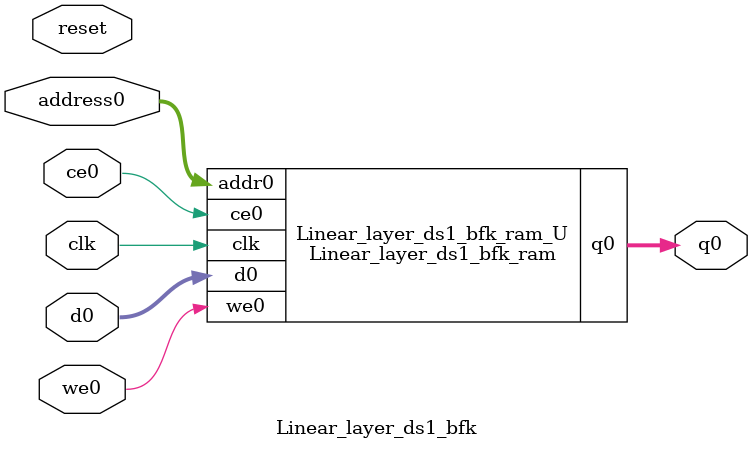
<source format=v>
`timescale 1 ns / 1 ps
module Linear_layer_ds1_bfk_ram (addr0, ce0, d0, we0, q0,  clk);

parameter DWIDTH = 24;
parameter AWIDTH = 8;
parameter MEM_SIZE = 256;

input[AWIDTH-1:0] addr0;
input ce0;
input[DWIDTH-1:0] d0;
input we0;
output reg[DWIDTH-1:0] q0;
input clk;

(* ram_style = "block" *)reg [DWIDTH-1:0] ram[0:MEM_SIZE-1];




always @(posedge clk)  
begin 
    if (ce0) begin
        if (we0) 
            ram[addr0] <= d0; 
        q0 <= ram[addr0];
    end
end


endmodule

`timescale 1 ns / 1 ps
module Linear_layer_ds1_bfk(
    reset,
    clk,
    address0,
    ce0,
    we0,
    d0,
    q0);

parameter DataWidth = 32'd24;
parameter AddressRange = 32'd256;
parameter AddressWidth = 32'd8;
input reset;
input clk;
input[AddressWidth - 1:0] address0;
input ce0;
input we0;
input[DataWidth - 1:0] d0;
output[DataWidth - 1:0] q0;



Linear_layer_ds1_bfk_ram Linear_layer_ds1_bfk_ram_U(
    .clk( clk ),
    .addr0( address0 ),
    .ce0( ce0 ),
    .we0( we0 ),
    .d0( d0 ),
    .q0( q0 ));

endmodule


</source>
